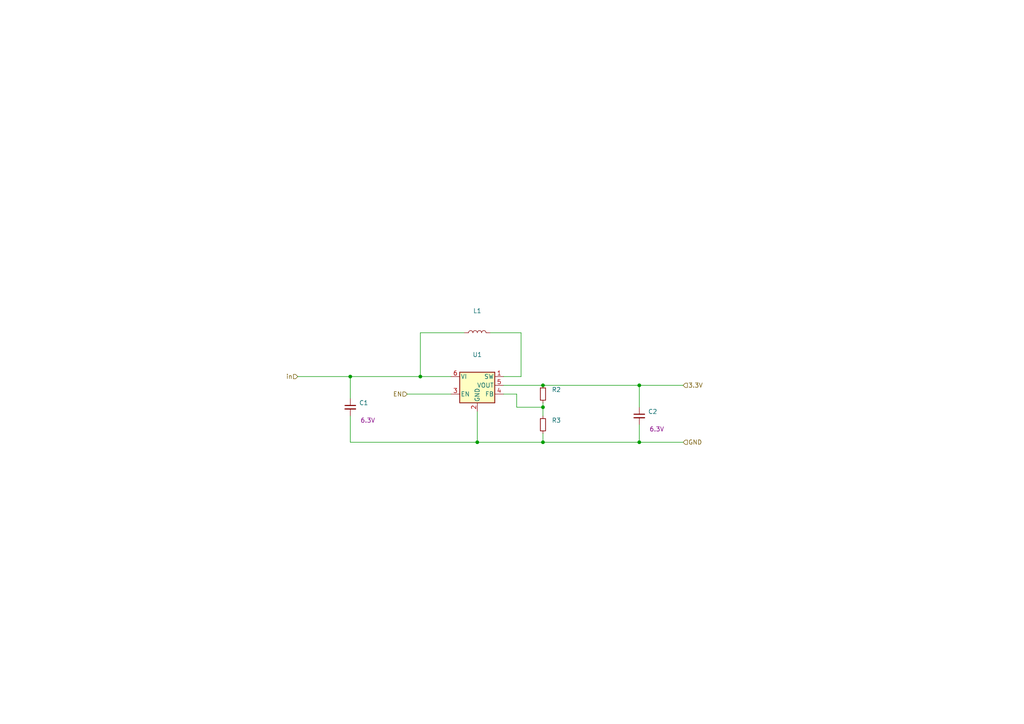
<source format=kicad_sch>
(kicad_sch (version 20211123) (generator eeschema)

  (uuid 1895faed-13c7-4877-930c-ef39a1d7419c)

  (paper "A4")

  (lib_symbols
    (symbol "Device:C_Small" (pin_numbers hide) (pin_names (offset 0.254) hide) (in_bom yes) (on_board yes)
      (property "Reference" "C" (id 0) (at 0.254 1.778 0)
        (effects (font (size 1.27 1.27)) (justify left))
      )
      (property "Value" "C_Small" (id 1) (at 0.254 -2.032 0)
        (effects (font (size 1.27 1.27)) (justify left))
      )
      (property "Footprint" "" (id 2) (at 0 0 0)
        (effects (font (size 1.27 1.27)) hide)
      )
      (property "Datasheet" "~" (id 3) (at 0 0 0)
        (effects (font (size 1.27 1.27)) hide)
      )
      (property "ki_keywords" "capacitor cap" (id 4) (at 0 0 0)
        (effects (font (size 1.27 1.27)) hide)
      )
      (property "ki_description" "Unpolarized capacitor, small symbol" (id 5) (at 0 0 0)
        (effects (font (size 1.27 1.27)) hide)
      )
      (property "ki_fp_filters" "C_*" (id 6) (at 0 0 0)
        (effects (font (size 1.27 1.27)) hide)
      )
      (symbol "C_Small_0_1"
        (polyline
          (pts
            (xy -1.524 -0.508)
            (xy 1.524 -0.508)
          )
          (stroke (width 0.3302) (type default) (color 0 0 0 0))
          (fill (type none))
        )
        (polyline
          (pts
            (xy -1.524 0.508)
            (xy 1.524 0.508)
          )
          (stroke (width 0.3048) (type default) (color 0 0 0 0))
          (fill (type none))
        )
      )
      (symbol "C_Small_1_1"
        (pin passive line (at 0 2.54 270) (length 2.032)
          (name "~" (effects (font (size 1.27 1.27))))
          (number "1" (effects (font (size 1.27 1.27))))
        )
        (pin passive line (at 0 -2.54 90) (length 2.032)
          (name "~" (effects (font (size 1.27 1.27))))
          (number "2" (effects (font (size 1.27 1.27))))
        )
      )
    )
    (symbol "Device:L" (pin_numbers hide) (pin_names (offset 1.016) hide) (in_bom yes) (on_board yes)
      (property "Reference" "L" (id 0) (at -1.27 0 90)
        (effects (font (size 1.27 1.27)))
      )
      (property "Value" "L" (id 1) (at 1.905 0 90)
        (effects (font (size 1.27 1.27)))
      )
      (property "Footprint" "" (id 2) (at 0 0 0)
        (effects (font (size 1.27 1.27)) hide)
      )
      (property "Datasheet" "~" (id 3) (at 0 0 0)
        (effects (font (size 1.27 1.27)) hide)
      )
      (property "ki_keywords" "inductor choke coil reactor magnetic" (id 4) (at 0 0 0)
        (effects (font (size 1.27 1.27)) hide)
      )
      (property "ki_description" "Inductor" (id 5) (at 0 0 0)
        (effects (font (size 1.27 1.27)) hide)
      )
      (property "ki_fp_filters" "Choke_* *Coil* Inductor_* L_*" (id 6) (at 0 0 0)
        (effects (font (size 1.27 1.27)) hide)
      )
      (symbol "L_0_1"
        (arc (start 0 -2.54) (mid 0.635 -1.905) (end 0 -1.27)
          (stroke (width 0) (type default) (color 0 0 0 0))
          (fill (type none))
        )
        (arc (start 0 -1.27) (mid 0.635 -0.635) (end 0 0)
          (stroke (width 0) (type default) (color 0 0 0 0))
          (fill (type none))
        )
        (arc (start 0 0) (mid 0.635 0.635) (end 0 1.27)
          (stroke (width 0) (type default) (color 0 0 0 0))
          (fill (type none))
        )
        (arc (start 0 1.27) (mid 0.635 1.905) (end 0 2.54)
          (stroke (width 0) (type default) (color 0 0 0 0))
          (fill (type none))
        )
      )
      (symbol "L_1_1"
        (pin passive line (at 0 3.81 270) (length 1.27)
          (name "1" (effects (font (size 1.27 1.27))))
          (number "1" (effects (font (size 1.27 1.27))))
        )
        (pin passive line (at 0 -3.81 90) (length 1.27)
          (name "2" (effects (font (size 1.27 1.27))))
          (number "2" (effects (font (size 1.27 1.27))))
        )
      )
    )
    (symbol "Device:R_Small" (pin_numbers hide) (pin_names (offset 0.254) hide) (in_bom yes) (on_board yes)
      (property "Reference" "R" (id 0) (at 0.762 0.508 0)
        (effects (font (size 1.27 1.27)) (justify left))
      )
      (property "Value" "R_Small" (id 1) (at 0.762 -1.016 0)
        (effects (font (size 1.27 1.27)) (justify left))
      )
      (property "Footprint" "" (id 2) (at 0 0 0)
        (effects (font (size 1.27 1.27)) hide)
      )
      (property "Datasheet" "~" (id 3) (at 0 0 0)
        (effects (font (size 1.27 1.27)) hide)
      )
      (property "ki_keywords" "R resistor" (id 4) (at 0 0 0)
        (effects (font (size 1.27 1.27)) hide)
      )
      (property "ki_description" "Resistor, small symbol" (id 5) (at 0 0 0)
        (effects (font (size 1.27 1.27)) hide)
      )
      (property "ki_fp_filters" "R_*" (id 6) (at 0 0 0)
        (effects (font (size 1.27 1.27)) hide)
      )
      (symbol "R_Small_0_1"
        (rectangle (start -0.762 1.778) (end 0.762 -1.778)
          (stroke (width 0.2032) (type default) (color 0 0 0 0))
          (fill (type none))
        )
      )
      (symbol "R_Small_1_1"
        (pin passive line (at 0 2.54 270) (length 0.762)
          (name "~" (effects (font (size 1.27 1.27))))
          (number "1" (effects (font (size 1.27 1.27))))
        )
        (pin passive line (at 0 -2.54 90) (length 0.762)
          (name "~" (effects (font (size 1.27 1.27))))
          (number "2" (effects (font (size 1.27 1.27))))
        )
      )
    )
    (symbol "b100:TLV61220" (pin_names (offset 0.254)) (in_bom yes) (on_board yes)
      (property "Reference" "U" (id 0) (at -5.08 7.62 0)
        (effects (font (size 1.27 1.27)) (justify left))
      )
      (property "Value" "TLV61220" (id 1) (at 0 7.62 0)
        (effects (font (size 1.27 1.27)) (justify left))
      )
      (property "Footprint" "Package_TO_SOT_SMD:SOT-23-6" (id 2) (at 1.27 -3.81 0)
        (effects (font (size 1.27 1.27) italic) (justify left) hide)
      )
      (property "Datasheet" "https://www.ti.com/lit/ds/symlink/tlv61220.pdf" (id 3) (at 0 2.54 0)
        (effects (font (size 1.27 1.27)) hide)
      )
      (property "ki_keywords" "Step-Up DC-DC Converter" (id 4) (at 0 0 0)
        (effects (font (size 1.27 1.27)) hide)
      )
      (property "ki_description" "28-V Output Voltage Boost Converter with Power Diode and Isolation Switch, SOT-23-6" (id 5) (at 0 0 0)
        (effects (font (size 1.27 1.27)) hide)
      )
      (property "ki_fp_filters" "SOT?23*" (id 6) (at 0 0 0)
        (effects (font (size 1.27 1.27)) hide)
      )
      (symbol "TLV61220_0_1"
        (rectangle (start -5.08 6.35) (end 5.08 -2.54)
          (stroke (width 0.254) (type default) (color 0 0 0 0))
          (fill (type background))
        )
      )
      (symbol "TLV61220_1_1"
        (pin power_in line (at 7.62 5.08 180) (length 2.54)
          (name "SW" (effects (font (size 1.27 1.27))))
          (number "1" (effects (font (size 1.27 1.27))))
        )
        (pin power_in line (at 0 -5.08 90) (length 2.54)
          (name "GND" (effects (font (size 1.27 1.27))))
          (number "2" (effects (font (size 1.27 1.27))))
        )
        (pin input line (at -7.62 0 0) (length 2.54)
          (name "EN" (effects (font (size 1.27 1.27))))
          (number "3" (effects (font (size 1.27 1.27))))
        )
        (pin input line (at 7.62 0 180) (length 2.54)
          (name "FB" (effects (font (size 1.27 1.27))))
          (number "4" (effects (font (size 1.27 1.27))))
        )
        (pin power_out line (at 7.62 2.54 180) (length 2.54)
          (name "VOUT" (effects (font (size 1.27 1.27))))
          (number "5" (effects (font (size 1.27 1.27))))
        )
        (pin power_in line (at -7.62 5.08 0) (length 2.54)
          (name "VI" (effects (font (size 1.27 1.27))))
          (number "6" (effects (font (size 1.27 1.27))))
        )
      )
    )
  )

  (junction (at 185.42 111.76) (diameter 0) (color 0 0 0 0)
    (uuid 178cd14f-75b5-4ea4-98c6-6b207e7c903b)
  )
  (junction (at 157.48 111.76) (diameter 0) (color 0 0 0 0)
    (uuid 2dce60f4-a6a8-48c9-b3d6-a363bff44d33)
  )
  (junction (at 185.42 128.27) (diameter 0) (color 0 0 0 0)
    (uuid 40f4a7e4-6fc4-4fd3-8771-b8951b2f60de)
  )
  (junction (at 157.48 128.27) (diameter 0) (color 0 0 0 0)
    (uuid 6b19c849-4416-4b51-a2c3-be716e851f8a)
  )
  (junction (at 138.43 128.27) (diameter 0) (color 0 0 0 0)
    (uuid c1dc8d29-6c98-49cc-9e7e-807244eea323)
  )
  (junction (at 121.92 109.22) (diameter 0) (color 0 0 0 0)
    (uuid c40f1662-cb62-456f-a2c3-cad72a32979b)
  )
  (junction (at 101.6 109.22) (diameter 0) (color 0 0 0 0)
    (uuid ddf3913d-ee8c-42e6-b3fe-f3b1c7ef0bfd)
  )
  (junction (at 157.48 118.11) (diameter 0) (color 0 0 0 0)
    (uuid e8a1d251-6be2-439c-9d01-9236adfb0841)
  )

  (wire (pts (xy 185.42 111.76) (xy 185.42 118.11))
    (stroke (width 0) (type default) (color 0 0 0 0))
    (uuid 08c1f2ff-5e82-4d4e-8a9f-4c2f9c72106b)
  )
  (wire (pts (xy 185.42 123.19) (xy 185.42 128.27))
    (stroke (width 0) (type default) (color 0 0 0 0))
    (uuid 1184d670-c46b-4889-865b-59c19fe58c5b)
  )
  (wire (pts (xy 151.13 109.22) (xy 151.13 96.52))
    (stroke (width 0) (type default) (color 0 0 0 0))
    (uuid 1af4d546-c695-4b1c-89b2-0aa5f4c7f11e)
  )
  (wire (pts (xy 151.13 96.52) (xy 142.24 96.52))
    (stroke (width 0) (type default) (color 0 0 0 0))
    (uuid 2caf410f-b13e-47fb-81c9-d127f503edc9)
  )
  (wire (pts (xy 146.05 111.76) (xy 157.48 111.76))
    (stroke (width 0) (type default) (color 0 0 0 0))
    (uuid 31ae1594-e35a-4f66-b333-bb1061ac7b1e)
  )
  (wire (pts (xy 157.48 125.73) (xy 157.48 128.27))
    (stroke (width 0) (type default) (color 0 0 0 0))
    (uuid 43633666-54bc-4e1b-a8f5-e0077138e3bc)
  )
  (wire (pts (xy 118.11 114.3) (xy 130.81 114.3))
    (stroke (width 0) (type default) (color 0 0 0 0))
    (uuid 4ddf13f9-52f9-44ea-85a0-1a89fa987930)
  )
  (wire (pts (xy 146.05 114.3) (xy 149.86 114.3))
    (stroke (width 0) (type default) (color 0 0 0 0))
    (uuid 4f52c107-dafd-4a95-a4df-e50a2b549796)
  )
  (wire (pts (xy 185.42 128.27) (xy 157.48 128.27))
    (stroke (width 0) (type default) (color 0 0 0 0))
    (uuid 51c98cfd-12f9-42ee-b9e4-51f58f6ef5a6)
  )
  (wire (pts (xy 149.86 118.11) (xy 157.48 118.11))
    (stroke (width 0) (type default) (color 0 0 0 0))
    (uuid 56a45cc7-1486-4c44-b74f-39186f1c4930)
  )
  (wire (pts (xy 101.6 109.22) (xy 121.92 109.22))
    (stroke (width 0) (type default) (color 0 0 0 0))
    (uuid 5975df2f-74ff-48b0-b120-62d4b1f6f0e0)
  )
  (wire (pts (xy 157.48 118.11) (xy 157.48 120.65))
    (stroke (width 0) (type default) (color 0 0 0 0))
    (uuid 8024422a-ce23-445a-941c-595bdc8d8a9f)
  )
  (wire (pts (xy 101.6 109.22) (xy 101.6 115.57))
    (stroke (width 0) (type default) (color 0 0 0 0))
    (uuid 9bfeae62-422e-467a-afef-bed806498794)
  )
  (wire (pts (xy 101.6 128.27) (xy 138.43 128.27))
    (stroke (width 0) (type default) (color 0 0 0 0))
    (uuid 9d0fe665-affc-4164-99ba-fbb173655272)
  )
  (wire (pts (xy 185.42 111.76) (xy 198.12 111.76))
    (stroke (width 0) (type default) (color 0 0 0 0))
    (uuid a1cdad3a-553d-4a6a-884a-ec9eb2122369)
  )
  (wire (pts (xy 157.48 111.76) (xy 185.42 111.76))
    (stroke (width 0) (type default) (color 0 0 0 0))
    (uuid ac695af9-2ca7-4b25-bf58-0318482f794f)
  )
  (wire (pts (xy 157.48 116.84) (xy 157.48 118.11))
    (stroke (width 0) (type default) (color 0 0 0 0))
    (uuid ae6bd0af-c05e-4bfe-8f2d-ee8ee538279a)
  )
  (wire (pts (xy 134.62 96.52) (xy 121.92 96.52))
    (stroke (width 0) (type default) (color 0 0 0 0))
    (uuid c9c877c8-0cb3-4f13-976e-dc0fca4ad42d)
  )
  (wire (pts (xy 157.48 128.27) (xy 138.43 128.27))
    (stroke (width 0) (type default) (color 0 0 0 0))
    (uuid d1afbf6e-c50e-4483-a731-1216f8b664e6)
  )
  (wire (pts (xy 121.92 96.52) (xy 121.92 109.22))
    (stroke (width 0) (type default) (color 0 0 0 0))
    (uuid d32f9a33-904e-4ca0-a363-5cbfa7612702)
  )
  (wire (pts (xy 146.05 109.22) (xy 151.13 109.22))
    (stroke (width 0) (type default) (color 0 0 0 0))
    (uuid e74fa18b-0862-44a8-ae11-f12a82b954f7)
  )
  (wire (pts (xy 149.86 114.3) (xy 149.86 118.11))
    (stroke (width 0) (type default) (color 0 0 0 0))
    (uuid e8f7a910-58f7-450e-becf-d291d883fcea)
  )
  (wire (pts (xy 86.36 109.22) (xy 101.6 109.22))
    (stroke (width 0) (type default) (color 0 0 0 0))
    (uuid ed060b85-2981-48c4-866c-7820f8c154ab)
  )
  (wire (pts (xy 138.43 128.27) (xy 138.43 119.38))
    (stroke (width 0) (type default) (color 0 0 0 0))
    (uuid eda82c11-3de0-436c-9018-f4660295f75e)
  )
  (wire (pts (xy 101.6 120.65) (xy 101.6 128.27))
    (stroke (width 0) (type default) (color 0 0 0 0))
    (uuid f2fcf068-88c7-4806-95e6-8d8a1ad97dc7)
  )
  (wire (pts (xy 121.92 109.22) (xy 130.81 109.22))
    (stroke (width 0) (type default) (color 0 0 0 0))
    (uuid f643278b-b72a-43df-b50d-548e712da803)
  )
  (wire (pts (xy 198.12 128.27) (xy 185.42 128.27))
    (stroke (width 0) (type default) (color 0 0 0 0))
    (uuid f9b6ed71-1c35-40ca-8dfa-1335b83f8ff7)
  )

  (hierarchical_label "EN" (shape input) (at 118.11 114.3 180)
    (effects (font (size 1.27 1.27)) (justify right))
    (uuid 58d2b609-081b-47a0-999e-78f1c966aefc)
  )
  (hierarchical_label "3.3V" (shape input) (at 198.12 111.76 0)
    (effects (font (size 1.27 1.27)) (justify left))
    (uuid 6c6da6cd-9f8f-48c6-a748-eeb73ee09fa1)
  )
  (hierarchical_label "in" (shape input) (at 86.36 109.22 180)
    (effects (font (size 1.27 1.27)) (justify right))
    (uuid 7b1567d4-e82c-4add-a062-8611b471c9da)
  )
  (hierarchical_label "GND" (shape input) (at 198.12 128.27 0)
    (effects (font (size 1.27 1.27)) (justify left))
    (uuid a0893e43-5cd4-4ac6-a11f-d2845734dea3)
  )

  (symbol (lib_id "Device:R_Small") (at 157.48 123.19 0) (unit 1)
    (in_bom yes) (on_board yes) (fields_autoplaced)
    (uuid 02979fc4-4f11-44eb-9ff4-945c29387fb8)
    (property "Reference" "R3" (id 0) (at 160.02 121.9199 0)
      (effects (font (size 1.27 1.27)) (justify left))
    )
    (property "Value" "" (id 1) (at 160.02 124.4599 0)
      (effects (font (size 1.27 1.27)) (justify left))
    )
    (property "Footprint" "" (id 2) (at 157.48 123.19 0)
      (effects (font (size 1.27 1.27)) hide)
    )
    (property "Datasheet" "~" (id 3) (at 157.48 123.19 0)
      (effects (font (size 1.27 1.27)) hide)
    )
    (pin "1" (uuid 9ea3ae63-7343-48f8-a663-1d111d91507e))
    (pin "2" (uuid 30c603d9-852a-4826-84ff-8f914716eb7b))
  )

  (symbol (lib_id "Device:C_Small") (at 185.42 120.65 0) (unit 1)
    (in_bom yes) (on_board yes)
    (uuid 0e5a8ac3-d68d-41f2-96a5-455e993b1b8d)
    (property "Reference" "C2" (id 0) (at 187.96 119.3862 0)
      (effects (font (size 1.27 1.27)) (justify left))
    )
    (property "Value" "" (id 1) (at 187.96 121.9262 0)
      (effects (font (size 1.27 1.27)) (justify left))
    )
    (property "Footprint" "" (id 2) (at 185.42 120.65 0)
      (effects (font (size 1.27 1.27)) hide)
    )
    (property "Datasheet" "~" (id 3) (at 185.42 120.65 0)
      (effects (font (size 1.27 1.27)) hide)
    )
    (property "Voltage" "6.3V" (id 4) (at 190.5 124.46 0))
    (pin "1" (uuid 40ec678e-ddcf-44a7-bcee-4fadfb13fe6e))
    (pin "2" (uuid ac86b0c3-b22d-4b8d-98c5-0de85c8003ab))
  )

  (symbol (lib_id "Device:R_Small") (at 157.48 114.3 0) (unit 1)
    (in_bom yes) (on_board yes) (fields_autoplaced)
    (uuid 3c3d8e68-6e43-456d-aab1-0f42b378e4bb)
    (property "Reference" "R2" (id 0) (at 160.02 113.0299 0)
      (effects (font (size 1.27 1.27)) (justify left))
    )
    (property "Value" "" (id 1) (at 160.02 115.5699 0)
      (effects (font (size 1.27 1.27)) (justify left))
    )
    (property "Footprint" "" (id 2) (at 157.48 114.3 0)
      (effects (font (size 1.27 1.27)) hide)
    )
    (property "Datasheet" "~" (id 3) (at 157.48 114.3 0)
      (effects (font (size 1.27 1.27)) hide)
    )
    (pin "1" (uuid 4fffaa23-527b-490c-81e3-810b5b2adbe5))
    (pin "2" (uuid a1179a68-a7f6-4433-b320-6607a9ba547f))
  )

  (symbol (lib_id "Device:C_Small") (at 101.6 118.11 0) (unit 1)
    (in_bom yes) (on_board yes)
    (uuid 7b577cf5-034b-4138-8652-1e67c7c30cf6)
    (property "Reference" "C1" (id 0) (at 104.14 116.8462 0)
      (effects (font (size 1.27 1.27)) (justify left))
    )
    (property "Value" "" (id 1) (at 104.14 119.3862 0)
      (effects (font (size 1.27 1.27)) (justify left))
    )
    (property "Footprint" "" (id 2) (at 101.6 118.11 0)
      (effects (font (size 1.27 1.27)) hide)
    )
    (property "Datasheet" "~" (id 3) (at 101.6 118.11 0)
      (effects (font (size 1.27 1.27)) hide)
    )
    (property "Voltage" "6.3V" (id 4) (at 106.68 121.92 0))
    (pin "1" (uuid 589d3de3-a858-48b3-ba4a-eb7d6c7eeb06))
    (pin "2" (uuid 5f2266ed-5181-4a2f-b3f9-7dfd67fbe516))
  )

  (symbol (lib_id "Device:L") (at 138.43 96.52 90) (unit 1)
    (in_bom yes) (on_board yes) (fields_autoplaced)
    (uuid ab5b8db6-44a8-4f0a-bfe1-deea670d99ad)
    (property "Reference" "L1" (id 0) (at 138.43 90.17 90))
    (property "Value" "" (id 1) (at 138.43 92.71 90))
    (property "Footprint" "" (id 2) (at 138.43 96.52 0)
      (effects (font (size 1.27 1.27)) hide)
    )
    (property "Datasheet" "~" (id 3) (at 138.43 96.52 0)
      (effects (font (size 1.27 1.27)) hide)
    )
    (property "MPN" "MLZ2012N4R7LTD25" (id 4) (at 138.43 96.52 90)
      (effects (font (size 1.27 1.27)) hide)
    )
    (property "DigiKey_PN" "445-16383-1-ND" (id 5) (at 138.43 96.52 90)
      (effects (font (size 1.27 1.27)) hide)
    )
    (pin "1" (uuid 9a0ed1b4-bb65-4395-92ff-ed854bc85495))
    (pin "2" (uuid d7abfd48-6fa2-4410-a5c1-0bce49267868))
  )

  (symbol (lib_id "b100:TLV61220") (at 138.43 114.3 0) (unit 1)
    (in_bom yes) (on_board yes) (fields_autoplaced)
    (uuid d99c0b57-9feb-4e4c-9ee2-6976dcad0a72)
    (property "Reference" "U1" (id 0) (at 138.43 102.87 0))
    (property "Value" "" (id 1) (at 138.43 105.41 0))
    (property "Footprint" "" (id 2) (at 139.7 118.11 0)
      (effects (font (size 1.27 1.27) italic) (justify left) hide)
    )
    (property "Datasheet" "https://www.ti.com/lit/ds/symlink/tlv61220.pdf" (id 3) (at 138.43 111.76 0)
      (effects (font (size 1.27 1.27)) hide)
    )
    (pin "1" (uuid d4e3b598-5a89-48f1-953f-ac0d0fe252bf))
    (pin "2" (uuid 13a63601-b27e-4964-925a-e72d9442657c))
    (pin "3" (uuid e66f2eae-24f7-4457-98c4-d6ba436c7986))
    (pin "4" (uuid f19a320c-698c-41cb-ac74-7282461ba168))
    (pin "5" (uuid 5cd3b833-54e9-4904-bb01-f56d9ece2f98))
    (pin "6" (uuid bbce3c70-7c4f-4f43-81f3-ce9739b00a4e))
  )
)

</source>
